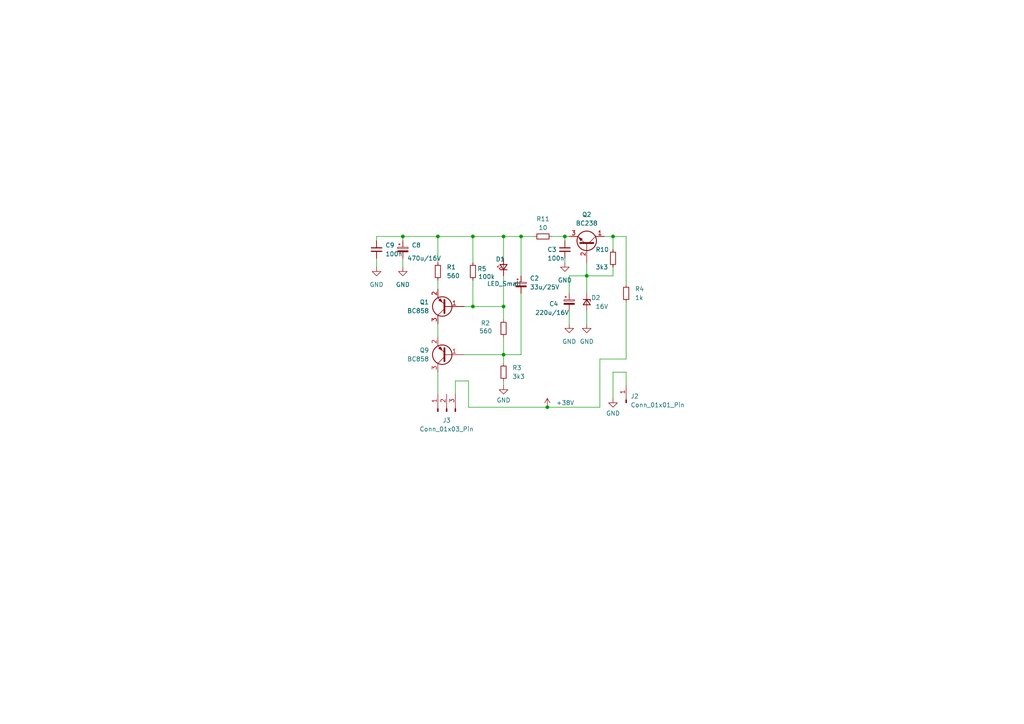
<source format=kicad_sch>
(kicad_sch
	(version 20250114)
	(generator "eeschema")
	(generator_version "9.0")
	(uuid "253e8e16-6459-4d38-be9a-ea206e118b41")
	(paper "A4")
	(lib_symbols
		(symbol "Connector:Conn_01x01_Pin"
			(pin_names
				(offset 1.016)
				(hide yes)
			)
			(exclude_from_sim no)
			(in_bom yes)
			(on_board yes)
			(property "Reference" "J"
				(at 0 2.54 0)
				(effects
					(font
						(size 1.27 1.27)
					)
				)
			)
			(property "Value" "Conn_01x01_Pin"
				(at 0 -2.54 0)
				(effects
					(font
						(size 1.27 1.27)
					)
				)
			)
			(property "Footprint" ""
				(at 0 0 0)
				(effects
					(font
						(size 1.27 1.27)
					)
					(hide yes)
				)
			)
			(property "Datasheet" "~"
				(at 0 0 0)
				(effects
					(font
						(size 1.27 1.27)
					)
					(hide yes)
				)
			)
			(property "Description" "Generic connector, single row, 01x01, script generated"
				(at 0 0 0)
				(effects
					(font
						(size 1.27 1.27)
					)
					(hide yes)
				)
			)
			(property "ki_locked" ""
				(at 0 0 0)
				(effects
					(font
						(size 1.27 1.27)
					)
				)
			)
			(property "ki_keywords" "connector"
				(at 0 0 0)
				(effects
					(font
						(size 1.27 1.27)
					)
					(hide yes)
				)
			)
			(property "ki_fp_filters" "Connector*:*_1x??_*"
				(at 0 0 0)
				(effects
					(font
						(size 1.27 1.27)
					)
					(hide yes)
				)
			)
			(symbol "Conn_01x01_Pin_1_1"
				(rectangle
					(start 0.8636 0.127)
					(end 0 -0.127)
					(stroke
						(width 0.1524)
						(type default)
					)
					(fill
						(type outline)
					)
				)
				(polyline
					(pts
						(xy 1.27 0) (xy 0.8636 0)
					)
					(stroke
						(width 0.1524)
						(type default)
					)
					(fill
						(type none)
					)
				)
				(pin passive line
					(at 5.08 0 180)
					(length 3.81)
					(name "Pin_1"
						(effects
							(font
								(size 1.27 1.27)
							)
						)
					)
					(number "1"
						(effects
							(font
								(size 1.27 1.27)
							)
						)
					)
				)
			)
			(embedded_fonts no)
		)
		(symbol "Connector:Conn_01x03_Pin"
			(pin_names
				(offset 1.016)
				(hide yes)
			)
			(exclude_from_sim no)
			(in_bom yes)
			(on_board yes)
			(property "Reference" "J"
				(at 0 5.08 0)
				(effects
					(font
						(size 1.27 1.27)
					)
				)
			)
			(property "Value" "Conn_01x03_Pin"
				(at 0 -5.08 0)
				(effects
					(font
						(size 1.27 1.27)
					)
				)
			)
			(property "Footprint" ""
				(at 0 0 0)
				(effects
					(font
						(size 1.27 1.27)
					)
					(hide yes)
				)
			)
			(property "Datasheet" "~"
				(at 0 0 0)
				(effects
					(font
						(size 1.27 1.27)
					)
					(hide yes)
				)
			)
			(property "Description" "Generic connector, single row, 01x03, script generated"
				(at 0 0 0)
				(effects
					(font
						(size 1.27 1.27)
					)
					(hide yes)
				)
			)
			(property "ki_locked" ""
				(at 0 0 0)
				(effects
					(font
						(size 1.27 1.27)
					)
				)
			)
			(property "ki_keywords" "connector"
				(at 0 0 0)
				(effects
					(font
						(size 1.27 1.27)
					)
					(hide yes)
				)
			)
			(property "ki_fp_filters" "Connector*:*_1x??_*"
				(at 0 0 0)
				(effects
					(font
						(size 1.27 1.27)
					)
					(hide yes)
				)
			)
			(symbol "Conn_01x03_Pin_1_1"
				(rectangle
					(start 0.8636 2.667)
					(end 0 2.413)
					(stroke
						(width 0.1524)
						(type default)
					)
					(fill
						(type outline)
					)
				)
				(rectangle
					(start 0.8636 0.127)
					(end 0 -0.127)
					(stroke
						(width 0.1524)
						(type default)
					)
					(fill
						(type outline)
					)
				)
				(rectangle
					(start 0.8636 -2.413)
					(end 0 -2.667)
					(stroke
						(width 0.1524)
						(type default)
					)
					(fill
						(type outline)
					)
				)
				(polyline
					(pts
						(xy 1.27 2.54) (xy 0.8636 2.54)
					)
					(stroke
						(width 0.1524)
						(type default)
					)
					(fill
						(type none)
					)
				)
				(polyline
					(pts
						(xy 1.27 0) (xy 0.8636 0)
					)
					(stroke
						(width 0.1524)
						(type default)
					)
					(fill
						(type none)
					)
				)
				(polyline
					(pts
						(xy 1.27 -2.54) (xy 0.8636 -2.54)
					)
					(stroke
						(width 0.1524)
						(type default)
					)
					(fill
						(type none)
					)
				)
				(pin passive line
					(at 5.08 2.54 180)
					(length 3.81)
					(name "Pin_1"
						(effects
							(font
								(size 1.27 1.27)
							)
						)
					)
					(number "1"
						(effects
							(font
								(size 1.27 1.27)
							)
						)
					)
				)
				(pin passive line
					(at 5.08 0 180)
					(length 3.81)
					(name "Pin_2"
						(effects
							(font
								(size 1.27 1.27)
							)
						)
					)
					(number "2"
						(effects
							(font
								(size 1.27 1.27)
							)
						)
					)
				)
				(pin passive line
					(at 5.08 -2.54 180)
					(length 3.81)
					(name "Pin_3"
						(effects
							(font
								(size 1.27 1.27)
							)
						)
					)
					(number "3"
						(effects
							(font
								(size 1.27 1.27)
							)
						)
					)
				)
			)
			(embedded_fonts no)
		)
		(symbol "Device:C_Polarized_Small"
			(pin_numbers
				(hide yes)
			)
			(pin_names
				(offset 0.254)
				(hide yes)
			)
			(exclude_from_sim no)
			(in_bom yes)
			(on_board yes)
			(property "Reference" "C"
				(at 0.254 1.778 0)
				(effects
					(font
						(size 1.27 1.27)
					)
					(justify left)
				)
			)
			(property "Value" "C_Polarized_Small"
				(at 0.254 -2.032 0)
				(effects
					(font
						(size 1.27 1.27)
					)
					(justify left)
				)
			)
			(property "Footprint" ""
				(at 0 0 0)
				(effects
					(font
						(size 1.27 1.27)
					)
					(hide yes)
				)
			)
			(property "Datasheet" "~"
				(at 0 0 0)
				(effects
					(font
						(size 1.27 1.27)
					)
					(hide yes)
				)
			)
			(property "Description" "Polarized capacitor, small symbol"
				(at 0 0 0)
				(effects
					(font
						(size 1.27 1.27)
					)
					(hide yes)
				)
			)
			(property "ki_keywords" "cap capacitor"
				(at 0 0 0)
				(effects
					(font
						(size 1.27 1.27)
					)
					(hide yes)
				)
			)
			(property "ki_fp_filters" "CP_*"
				(at 0 0 0)
				(effects
					(font
						(size 1.27 1.27)
					)
					(hide yes)
				)
			)
			(symbol "C_Polarized_Small_0_1"
				(rectangle
					(start -1.524 0.6858)
					(end 1.524 0.3048)
					(stroke
						(width 0)
						(type default)
					)
					(fill
						(type none)
					)
				)
				(rectangle
					(start -1.524 -0.3048)
					(end 1.524 -0.6858)
					(stroke
						(width 0)
						(type default)
					)
					(fill
						(type outline)
					)
				)
				(polyline
					(pts
						(xy -1.27 1.524) (xy -0.762 1.524)
					)
					(stroke
						(width 0)
						(type default)
					)
					(fill
						(type none)
					)
				)
				(polyline
					(pts
						(xy -1.016 1.27) (xy -1.016 1.778)
					)
					(stroke
						(width 0)
						(type default)
					)
					(fill
						(type none)
					)
				)
			)
			(symbol "C_Polarized_Small_1_1"
				(pin passive line
					(at 0 2.54 270)
					(length 1.8542)
					(name "~"
						(effects
							(font
								(size 1.27 1.27)
							)
						)
					)
					(number "1"
						(effects
							(font
								(size 1.27 1.27)
							)
						)
					)
				)
				(pin passive line
					(at 0 -2.54 90)
					(length 1.8542)
					(name "~"
						(effects
							(font
								(size 1.27 1.27)
							)
						)
					)
					(number "2"
						(effects
							(font
								(size 1.27 1.27)
							)
						)
					)
				)
			)
			(embedded_fonts no)
		)
		(symbol "Device:C_Small"
			(pin_numbers
				(hide yes)
			)
			(pin_names
				(offset 0.254)
				(hide yes)
			)
			(exclude_from_sim no)
			(in_bom yes)
			(on_board yes)
			(property "Reference" "C"
				(at 0.254 1.778 0)
				(effects
					(font
						(size 1.27 1.27)
					)
					(justify left)
				)
			)
			(property "Value" "C_Small"
				(at 0.254 -2.032 0)
				(effects
					(font
						(size 1.27 1.27)
					)
					(justify left)
				)
			)
			(property "Footprint" ""
				(at 0 0 0)
				(effects
					(font
						(size 1.27 1.27)
					)
					(hide yes)
				)
			)
			(property "Datasheet" "~"
				(at 0 0 0)
				(effects
					(font
						(size 1.27 1.27)
					)
					(hide yes)
				)
			)
			(property "Description" "Unpolarized capacitor, small symbol"
				(at 0 0 0)
				(effects
					(font
						(size 1.27 1.27)
					)
					(hide yes)
				)
			)
			(property "ki_keywords" "capacitor cap"
				(at 0 0 0)
				(effects
					(font
						(size 1.27 1.27)
					)
					(hide yes)
				)
			)
			(property "ki_fp_filters" "C_*"
				(at 0 0 0)
				(effects
					(font
						(size 1.27 1.27)
					)
					(hide yes)
				)
			)
			(symbol "C_Small_0_1"
				(polyline
					(pts
						(xy -1.524 0.508) (xy 1.524 0.508)
					)
					(stroke
						(width 0.3048)
						(type default)
					)
					(fill
						(type none)
					)
				)
				(polyline
					(pts
						(xy -1.524 -0.508) (xy 1.524 -0.508)
					)
					(stroke
						(width 0.3302)
						(type default)
					)
					(fill
						(type none)
					)
				)
			)
			(symbol "C_Small_1_1"
				(pin passive line
					(at 0 2.54 270)
					(length 2.032)
					(name "~"
						(effects
							(font
								(size 1.27 1.27)
							)
						)
					)
					(number "1"
						(effects
							(font
								(size 1.27 1.27)
							)
						)
					)
				)
				(pin passive line
					(at 0 -2.54 90)
					(length 2.032)
					(name "~"
						(effects
							(font
								(size 1.27 1.27)
							)
						)
					)
					(number "2"
						(effects
							(font
								(size 1.27 1.27)
							)
						)
					)
				)
			)
			(embedded_fonts no)
		)
		(symbol "Device:D_Zener_Small"
			(pin_numbers
				(hide yes)
			)
			(pin_names
				(offset 0.254)
				(hide yes)
			)
			(exclude_from_sim no)
			(in_bom yes)
			(on_board yes)
			(property "Reference" "D"
				(at 0 2.286 0)
				(effects
					(font
						(size 1.27 1.27)
					)
				)
			)
			(property "Value" "D_Zener_Small"
				(at 0 -2.286 0)
				(effects
					(font
						(size 1.27 1.27)
					)
				)
			)
			(property "Footprint" ""
				(at 0 0 90)
				(effects
					(font
						(size 1.27 1.27)
					)
					(hide yes)
				)
			)
			(property "Datasheet" "~"
				(at 0 0 90)
				(effects
					(font
						(size 1.27 1.27)
					)
					(hide yes)
				)
			)
			(property "Description" "Zener diode, small symbol"
				(at 0 0 0)
				(effects
					(font
						(size 1.27 1.27)
					)
					(hide yes)
				)
			)
			(property "ki_keywords" "diode"
				(at 0 0 0)
				(effects
					(font
						(size 1.27 1.27)
					)
					(hide yes)
				)
			)
			(property "ki_fp_filters" "TO-???* *_Diode_* *SingleDiode* D_*"
				(at 0 0 0)
				(effects
					(font
						(size 1.27 1.27)
					)
					(hide yes)
				)
			)
			(symbol "D_Zener_Small_0_1"
				(polyline
					(pts
						(xy -0.254 1.016) (xy -0.762 1.016) (xy -0.762 -1.016)
					)
					(stroke
						(width 0.254)
						(type default)
					)
					(fill
						(type none)
					)
				)
				(polyline
					(pts
						(xy 0.762 1.016) (xy -0.762 0) (xy 0.762 -1.016) (xy 0.762 1.016)
					)
					(stroke
						(width 0.254)
						(type default)
					)
					(fill
						(type none)
					)
				)
				(polyline
					(pts
						(xy 0.762 0) (xy -0.762 0)
					)
					(stroke
						(width 0)
						(type default)
					)
					(fill
						(type none)
					)
				)
			)
			(symbol "D_Zener_Small_1_1"
				(pin passive line
					(at -2.54 0 0)
					(length 1.778)
					(name "K"
						(effects
							(font
								(size 1.27 1.27)
							)
						)
					)
					(number "1"
						(effects
							(font
								(size 1.27 1.27)
							)
						)
					)
				)
				(pin passive line
					(at 2.54 0 180)
					(length 1.778)
					(name "A"
						(effects
							(font
								(size 1.27 1.27)
							)
						)
					)
					(number "2"
						(effects
							(font
								(size 1.27 1.27)
							)
						)
					)
				)
			)
			(embedded_fonts no)
		)
		(symbol "Device:LED_Small"
			(pin_numbers
				(hide yes)
			)
			(pin_names
				(offset 0.254)
				(hide yes)
			)
			(exclude_from_sim no)
			(in_bom yes)
			(on_board yes)
			(property "Reference" "D"
				(at -1.27 3.175 0)
				(effects
					(font
						(size 1.27 1.27)
					)
					(justify left)
				)
			)
			(property "Value" "LED_Small"
				(at -4.445 -2.54 0)
				(effects
					(font
						(size 1.27 1.27)
					)
					(justify left)
				)
			)
			(property "Footprint" ""
				(at 0 0 90)
				(effects
					(font
						(size 1.27 1.27)
					)
					(hide yes)
				)
			)
			(property "Datasheet" "~"
				(at 0 0 90)
				(effects
					(font
						(size 1.27 1.27)
					)
					(hide yes)
				)
			)
			(property "Description" "Light emitting diode, small symbol"
				(at 0 0 0)
				(effects
					(font
						(size 1.27 1.27)
					)
					(hide yes)
				)
			)
			(property "ki_keywords" "LED diode light-emitting-diode"
				(at 0 0 0)
				(effects
					(font
						(size 1.27 1.27)
					)
					(hide yes)
				)
			)
			(property "ki_fp_filters" "LED* LED_SMD:* LED_THT:*"
				(at 0 0 0)
				(effects
					(font
						(size 1.27 1.27)
					)
					(hide yes)
				)
			)
			(symbol "LED_Small_0_1"
				(polyline
					(pts
						(xy -0.762 -1.016) (xy -0.762 1.016)
					)
					(stroke
						(width 0.254)
						(type default)
					)
					(fill
						(type none)
					)
				)
				(polyline
					(pts
						(xy 0 0.762) (xy -0.508 1.27) (xy -0.254 1.27) (xy -0.508 1.27) (xy -0.508 1.016)
					)
					(stroke
						(width 0)
						(type default)
					)
					(fill
						(type none)
					)
				)
				(polyline
					(pts
						(xy 0.508 1.27) (xy 0 1.778) (xy 0.254 1.778) (xy 0 1.778) (xy 0 1.524)
					)
					(stroke
						(width 0)
						(type default)
					)
					(fill
						(type none)
					)
				)
				(polyline
					(pts
						(xy 0.762 -1.016) (xy -0.762 0) (xy 0.762 1.016) (xy 0.762 -1.016)
					)
					(stroke
						(width 0.254)
						(type default)
					)
					(fill
						(type none)
					)
				)
				(polyline
					(pts
						(xy 1.016 0) (xy -0.762 0)
					)
					(stroke
						(width 0)
						(type default)
					)
					(fill
						(type none)
					)
				)
			)
			(symbol "LED_Small_1_1"
				(pin passive line
					(at -2.54 0 0)
					(length 1.778)
					(name "K"
						(effects
							(font
								(size 1.27 1.27)
							)
						)
					)
					(number "1"
						(effects
							(font
								(size 1.27 1.27)
							)
						)
					)
				)
				(pin passive line
					(at 2.54 0 180)
					(length 1.778)
					(name "A"
						(effects
							(font
								(size 1.27 1.27)
							)
						)
					)
					(number "2"
						(effects
							(font
								(size 1.27 1.27)
							)
						)
					)
				)
			)
			(embedded_fonts no)
		)
		(symbol "Device:R_Small"
			(pin_numbers
				(hide yes)
			)
			(pin_names
				(offset 0.254)
				(hide yes)
			)
			(exclude_from_sim no)
			(in_bom yes)
			(on_board yes)
			(property "Reference" "R"
				(at 0.762 0.508 0)
				(effects
					(font
						(size 1.27 1.27)
					)
					(justify left)
				)
			)
			(property "Value" "R_Small"
				(at 0.762 -1.016 0)
				(effects
					(font
						(size 1.27 1.27)
					)
					(justify left)
				)
			)
			(property "Footprint" ""
				(at 0 0 0)
				(effects
					(font
						(size 1.27 1.27)
					)
					(hide yes)
				)
			)
			(property "Datasheet" "~"
				(at 0 0 0)
				(effects
					(font
						(size 1.27 1.27)
					)
					(hide yes)
				)
			)
			(property "Description" "Resistor, small symbol"
				(at 0 0 0)
				(effects
					(font
						(size 1.27 1.27)
					)
					(hide yes)
				)
			)
			(property "ki_keywords" "R resistor"
				(at 0 0 0)
				(effects
					(font
						(size 1.27 1.27)
					)
					(hide yes)
				)
			)
			(property "ki_fp_filters" "R_*"
				(at 0 0 0)
				(effects
					(font
						(size 1.27 1.27)
					)
					(hide yes)
				)
			)
			(symbol "R_Small_0_1"
				(rectangle
					(start -0.762 1.778)
					(end 0.762 -1.778)
					(stroke
						(width 0.2032)
						(type default)
					)
					(fill
						(type none)
					)
				)
			)
			(symbol "R_Small_1_1"
				(pin passive line
					(at 0 2.54 270)
					(length 0.762)
					(name "~"
						(effects
							(font
								(size 1.27 1.27)
							)
						)
					)
					(number "1"
						(effects
							(font
								(size 1.27 1.27)
							)
						)
					)
				)
				(pin passive line
					(at 0 -2.54 90)
					(length 0.762)
					(name "~"
						(effects
							(font
								(size 1.27 1.27)
							)
						)
					)
					(number "2"
						(effects
							(font
								(size 1.27 1.27)
							)
						)
					)
				)
			)
			(embedded_fonts no)
		)
		(symbol "GND_1"
			(power)
			(pin_numbers
				(hide yes)
			)
			(pin_names
				(offset 0)
				(hide yes)
			)
			(exclude_from_sim no)
			(in_bom yes)
			(on_board yes)
			(property "Reference" "#PWR"
				(at 0 -6.35 0)
				(effects
					(font
						(size 1.27 1.27)
					)
					(hide yes)
				)
			)
			(property "Value" "GND"
				(at 0 -3.81 0)
				(effects
					(font
						(size 1.27 1.27)
					)
				)
			)
			(property "Footprint" ""
				(at 0 0 0)
				(effects
					(font
						(size 1.27 1.27)
					)
					(hide yes)
				)
			)
			(property "Datasheet" ""
				(at 0 0 0)
				(effects
					(font
						(size 1.27 1.27)
					)
					(hide yes)
				)
			)
			(property "Description" "Power symbol creates a global label with name \"GND\" , ground"
				(at 0 0 0)
				(effects
					(font
						(size 1.27 1.27)
					)
					(hide yes)
				)
			)
			(property "ki_keywords" "global power"
				(at 0 0 0)
				(effects
					(font
						(size 1.27 1.27)
					)
					(hide yes)
				)
			)
			(symbol "GND_1_0_1"
				(polyline
					(pts
						(xy 0 0) (xy 0 -1.27) (xy 1.27 -1.27) (xy 0 -2.54) (xy -1.27 -1.27) (xy 0 -1.27)
					)
					(stroke
						(width 0)
						(type default)
					)
					(fill
						(type none)
					)
				)
			)
			(symbol "GND_1_1_1"
				(pin power_in line
					(at 0 0 270)
					(length 0)
					(hide yes)
					(name "GND"
						(effects
							(font
								(size 1.27 1.27)
							)
						)
					)
					(number "1"
						(effects
							(font
								(size 1.27 1.27)
							)
						)
					)
				)
			)
			(embedded_fonts no)
		)
		(symbol "GND_2"
			(power)
			(pin_numbers
				(hide yes)
			)
			(pin_names
				(offset 0)
				(hide yes)
			)
			(exclude_from_sim no)
			(in_bom yes)
			(on_board yes)
			(property "Reference" "#PWR"
				(at 0 -6.35 0)
				(effects
					(font
						(size 1.27 1.27)
					)
					(hide yes)
				)
			)
			(property "Value" "GND"
				(at 0 -3.81 0)
				(effects
					(font
						(size 1.27 1.27)
					)
				)
			)
			(property "Footprint" ""
				(at 0 0 0)
				(effects
					(font
						(size 1.27 1.27)
					)
					(hide yes)
				)
			)
			(property "Datasheet" ""
				(at 0 0 0)
				(effects
					(font
						(size 1.27 1.27)
					)
					(hide yes)
				)
			)
			(property "Description" "Power symbol creates a global label with name \"GND\" , ground"
				(at 0 0 0)
				(effects
					(font
						(size 1.27 1.27)
					)
					(hide yes)
				)
			)
			(property "ki_keywords" "global power"
				(at 0 0 0)
				(effects
					(font
						(size 1.27 1.27)
					)
					(hide yes)
				)
			)
			(symbol "GND_2_0_1"
				(polyline
					(pts
						(xy 0 0) (xy 0 -1.27) (xy 1.27 -1.27) (xy 0 -2.54) (xy -1.27 -1.27) (xy 0 -1.27)
					)
					(stroke
						(width 0)
						(type default)
					)
					(fill
						(type none)
					)
				)
			)
			(symbol "GND_2_1_1"
				(pin power_in line
					(at 0 0 270)
					(length 0)
					(hide yes)
					(name "GND"
						(effects
							(font
								(size 1.27 1.27)
							)
						)
					)
					(number "1"
						(effects
							(font
								(size 1.27 1.27)
							)
						)
					)
				)
			)
			(embedded_fonts no)
		)
		(symbol "Transistor_BJT:BC237"
			(pin_names
				(offset 0)
				(hide yes)
			)
			(exclude_from_sim no)
			(in_bom yes)
			(on_board yes)
			(property "Reference" "Q"
				(at 5.08 1.905 0)
				(effects
					(font
						(size 1.27 1.27)
					)
					(justify left)
				)
			)
			(property "Value" "BC237"
				(at 5.08 0 0)
				(effects
					(font
						(size 1.27 1.27)
					)
					(justify left)
				)
			)
			(property "Footprint" "Package_TO_SOT_THT:TO-92_Inline"
				(at 5.08 -1.905 0)
				(effects
					(font
						(size 1.27 1.27)
						(italic yes)
					)
					(justify left)
					(hide yes)
				)
			)
			(property "Datasheet" "http://www.onsemi.com/pub_link/Collateral/BC237-D.PDF"
				(at 0 0 0)
				(effects
					(font
						(size 1.27 1.27)
					)
					(justify left)
					(hide yes)
				)
			)
			(property "Description" "100mA Ic, 50V Vce, Epitaxial Silicon NPN Transistor, TO-92"
				(at 0 0 0)
				(effects
					(font
						(size 1.27 1.27)
					)
					(hide yes)
				)
			)
			(property "ki_keywords" "Epitaxial Silicon NPN Transistor"
				(at 0 0 0)
				(effects
					(font
						(size 1.27 1.27)
					)
					(hide yes)
				)
			)
			(property "ki_fp_filters" "TO?92*"
				(at 0 0 0)
				(effects
					(font
						(size 1.27 1.27)
					)
					(hide yes)
				)
			)
			(symbol "BC237_0_1"
				(polyline
					(pts
						(xy 0 0) (xy 0.635 0)
					)
					(stroke
						(width 0)
						(type default)
					)
					(fill
						(type none)
					)
				)
				(polyline
					(pts
						(xy 0.635 1.905) (xy 0.635 -1.905) (xy 0.635 -1.905)
					)
					(stroke
						(width 0.508)
						(type default)
					)
					(fill
						(type none)
					)
				)
				(polyline
					(pts
						(xy 0.635 0.635) (xy 2.54 2.54)
					)
					(stroke
						(width 0)
						(type default)
					)
					(fill
						(type none)
					)
				)
				(polyline
					(pts
						(xy 0.635 -0.635) (xy 2.54 -2.54) (xy 2.54 -2.54)
					)
					(stroke
						(width 0)
						(type default)
					)
					(fill
						(type none)
					)
				)
				(circle
					(center 1.27 0)
					(radius 2.8194)
					(stroke
						(width 0.254)
						(type default)
					)
					(fill
						(type none)
					)
				)
				(polyline
					(pts
						(xy 1.27 -1.778) (xy 1.778 -1.27) (xy 2.286 -2.286) (xy 1.27 -1.778) (xy 1.27 -1.778)
					)
					(stroke
						(width 0)
						(type default)
					)
					(fill
						(type outline)
					)
				)
			)
			(symbol "BC237_1_1"
				(pin input line
					(at -5.08 0 0)
					(length 5.08)
					(name "B"
						(effects
							(font
								(size 1.27 1.27)
							)
						)
					)
					(number "2"
						(effects
							(font
								(size 1.27 1.27)
							)
						)
					)
				)
				(pin passive line
					(at 2.54 5.08 270)
					(length 2.54)
					(name "C"
						(effects
							(font
								(size 1.27 1.27)
							)
						)
					)
					(number "1"
						(effects
							(font
								(size 1.27 1.27)
							)
						)
					)
				)
				(pin passive line
					(at 2.54 -5.08 90)
					(length 2.54)
					(name "E"
						(effects
							(font
								(size 1.27 1.27)
							)
						)
					)
					(number "3"
						(effects
							(font
								(size 1.27 1.27)
							)
						)
					)
				)
			)
			(embedded_fonts no)
		)
		(symbol "Transistor_BJT:BC858"
			(pin_names
				(offset 0)
				(hide yes)
			)
			(exclude_from_sim no)
			(in_bom yes)
			(on_board yes)
			(property "Reference" "Q"
				(at 5.08 1.905 0)
				(effects
					(font
						(size 1.27 1.27)
					)
					(justify left)
				)
			)
			(property "Value" "BC858"
				(at 5.08 0 0)
				(effects
					(font
						(size 1.27 1.27)
					)
					(justify left)
				)
			)
			(property "Footprint" "Package_TO_SOT_SMD:SOT-23"
				(at 5.08 -1.905 0)
				(effects
					(font
						(size 1.27 1.27)
						(italic yes)
					)
					(justify left)
					(hide yes)
				)
			)
			(property "Datasheet" "https://www.onsemi.com/pub/Collateral/BC860-D.pdf"
				(at 0 0 0)
				(effects
					(font
						(size 1.27 1.27)
					)
					(justify left)
					(hide yes)
				)
			)
			(property "Description" "0.1A Ic, 30V Vce, PNP Transistor, SOT-23"
				(at 0 0 0)
				(effects
					(font
						(size 1.27 1.27)
					)
					(hide yes)
				)
			)
			(property "ki_keywords" "PNP transistor"
				(at 0 0 0)
				(effects
					(font
						(size 1.27 1.27)
					)
					(hide yes)
				)
			)
			(property "ki_fp_filters" "SOT?23*"
				(at 0 0 0)
				(effects
					(font
						(size 1.27 1.27)
					)
					(hide yes)
				)
			)
			(symbol "BC858_0_1"
				(polyline
					(pts
						(xy 0.635 1.905) (xy 0.635 -1.905) (xy 0.635 -1.905)
					)
					(stroke
						(width 0.508)
						(type default)
					)
					(fill
						(type none)
					)
				)
				(polyline
					(pts
						(xy 0.635 0.635) (xy 2.54 2.54)
					)
					(stroke
						(width 0)
						(type default)
					)
					(fill
						(type none)
					)
				)
				(polyline
					(pts
						(xy 0.635 -0.635) (xy 2.54 -2.54) (xy 2.54 -2.54)
					)
					(stroke
						(width 0)
						(type default)
					)
					(fill
						(type none)
					)
				)
				(circle
					(center 1.27 0)
					(radius 2.8194)
					(stroke
						(width 0.254)
						(type default)
					)
					(fill
						(type none)
					)
				)
				(polyline
					(pts
						(xy 2.286 -1.778) (xy 1.778 -2.286) (xy 1.27 -1.27) (xy 2.286 -1.778) (xy 2.286 -1.778)
					)
					(stroke
						(width 0)
						(type default)
					)
					(fill
						(type outline)
					)
				)
			)
			(symbol "BC858_1_1"
				(pin input line
					(at -5.08 0 0)
					(length 5.715)
					(name "B"
						(effects
							(font
								(size 1.27 1.27)
							)
						)
					)
					(number "1"
						(effects
							(font
								(size 1.27 1.27)
							)
						)
					)
				)
				(pin passive line
					(at 2.54 5.08 270)
					(length 2.54)
					(name "C"
						(effects
							(font
								(size 1.27 1.27)
							)
						)
					)
					(number "3"
						(effects
							(font
								(size 1.27 1.27)
							)
						)
					)
				)
				(pin passive line
					(at 2.54 -5.08 90)
					(length 2.54)
					(name "E"
						(effects
							(font
								(size 1.27 1.27)
							)
						)
					)
					(number "2"
						(effects
							(font
								(size 1.27 1.27)
							)
						)
					)
				)
			)
			(embedded_fonts no)
		)
		(symbol "power:+36V"
			(power)
			(pin_numbers
				(hide yes)
			)
			(pin_names
				(offset 0)
				(hide yes)
			)
			(exclude_from_sim no)
			(in_bom yes)
			(on_board yes)
			(property "Reference" "#PWR"
				(at 0 -3.81 0)
				(effects
					(font
						(size 1.27 1.27)
					)
					(hide yes)
				)
			)
			(property "Value" "+36V"
				(at 0 3.556 0)
				(effects
					(font
						(size 1.27 1.27)
					)
				)
			)
			(property "Footprint" ""
				(at 0 0 0)
				(effects
					(font
						(size 1.27 1.27)
					)
					(hide yes)
				)
			)
			(property "Datasheet" ""
				(at 0 0 0)
				(effects
					(font
						(size 1.27 1.27)
					)
					(hide yes)
				)
			)
			(property "Description" "Power symbol creates a global label with name \"+36V\""
				(at 0 0 0)
				(effects
					(font
						(size 1.27 1.27)
					)
					(hide yes)
				)
			)
			(property "ki_keywords" "global power"
				(at 0 0 0)
				(effects
					(font
						(size 1.27 1.27)
					)
					(hide yes)
				)
			)
			(symbol "+36V_0_1"
				(polyline
					(pts
						(xy -0.762 1.27) (xy 0 2.54)
					)
					(stroke
						(width 0)
						(type default)
					)
					(fill
						(type none)
					)
				)
				(polyline
					(pts
						(xy 0 2.54) (xy 0.762 1.27)
					)
					(stroke
						(width 0)
						(type default)
					)
					(fill
						(type none)
					)
				)
				(polyline
					(pts
						(xy 0 0) (xy 0 2.54)
					)
					(stroke
						(width 0)
						(type default)
					)
					(fill
						(type none)
					)
				)
			)
			(symbol "+36V_1_1"
				(pin power_in line
					(at 0 0 90)
					(length 0)
					(name "~"
						(effects
							(font
								(size 1.27 1.27)
							)
						)
					)
					(number "1"
						(effects
							(font
								(size 1.27 1.27)
							)
						)
					)
				)
			)
			(embedded_fonts no)
		)
		(symbol "power:GND"
			(power)
			(pin_names
				(offset 0)
			)
			(exclude_from_sim no)
			(in_bom yes)
			(on_board yes)
			(property "Reference" "#PWR"
				(at 0 -6.35 0)
				(effects
					(font
						(size 1.27 1.27)
					)
					(hide yes)
				)
			)
			(property "Value" "GND"
				(at 0 -3.81 0)
				(effects
					(font
						(size 1.27 1.27)
					)
				)
			)
			(property "Footprint" ""
				(at 0 0 0)
				(effects
					(font
						(size 1.27 1.27)
					)
					(hide yes)
				)
			)
			(property "Datasheet" ""
				(at 0 0 0)
				(effects
					(font
						(size 1.27 1.27)
					)
					(hide yes)
				)
			)
			(property "Description" "Power symbol creates a global label with name \"GND\" , ground"
				(at 0 0 0)
				(effects
					(font
						(size 1.27 1.27)
					)
					(hide yes)
				)
			)
			(property "ki_keywords" "global power"
				(at 0 0 0)
				(effects
					(font
						(size 1.27 1.27)
					)
					(hide yes)
				)
			)
			(symbol "GND_0_1"
				(polyline
					(pts
						(xy 0 0) (xy 0 -1.27) (xy 1.27 -1.27) (xy 0 -2.54) (xy -1.27 -1.27) (xy 0 -1.27)
					)
					(stroke
						(width 0)
						(type default)
					)
					(fill
						(type none)
					)
				)
			)
			(symbol "GND_1_1"
				(pin power_in line
					(at 0 0 270)
					(length 0)
					(hide yes)
					(name "GND"
						(effects
							(font
								(size 1.27 1.27)
							)
						)
					)
					(number "1"
						(effects
							(font
								(size 1.27 1.27)
							)
						)
					)
				)
			)
			(embedded_fonts no)
		)
	)
	(junction
		(at 146.05 68.58)
		(diameter 0)
		(color 0 0 0 0)
		(uuid "035e0583-8d49-463c-8906-cf7542a91e03")
	)
	(junction
		(at 158.75 118.11)
		(diameter 0)
		(color 0 0 0 0)
		(uuid "2d200e56-84d2-4867-907b-41e5a4b7ca72")
	)
	(junction
		(at 146.05 102.87)
		(diameter 0)
		(color 0 0 0 0)
		(uuid "4d4f5cd1-4e4a-4558-b81e-d889df738ee8")
	)
	(junction
		(at 146.05 88.9)
		(diameter 0)
		(color 0 0 0 0)
		(uuid "7ed30f60-38dc-4f7d-bf9c-0623d51463bb")
	)
	(junction
		(at 116.84 68.58)
		(diameter 0)
		(color 0 0 0 0)
		(uuid "830d9109-6490-4651-9f8e-ade372cdaca2")
	)
	(junction
		(at 137.16 68.58)
		(diameter 0)
		(color 0 0 0 0)
		(uuid "86546b22-3dbf-45a2-b294-03cf27ca28b3")
	)
	(junction
		(at 137.16 88.9)
		(diameter 0)
		(color 0 0 0 0)
		(uuid "8ea8e87b-7c5c-4ce7-802d-70746b649ee8")
	)
	(junction
		(at 170.18 80.01)
		(diameter 0)
		(color 0 0 0 0)
		(uuid "97a819fe-55a6-4970-9a61-dfe323060fe2")
	)
	(junction
		(at 163.83 68.58)
		(diameter 0)
		(color 0 0 0 0)
		(uuid "c093d8da-c9b1-4b4f-a279-9a6d2581f94c")
	)
	(junction
		(at 177.8 68.58)
		(diameter 0)
		(color 0 0 0 0)
		(uuid "c3aa6881-a46e-45dd-b3a5-44b159e39414")
	)
	(junction
		(at 127 68.58)
		(diameter 0)
		(color 0 0 0 0)
		(uuid "cf16daed-5bf2-497d-bb38-5f88b5c79f70")
	)
	(junction
		(at 151.13 68.58)
		(diameter 0)
		(color 0 0 0 0)
		(uuid "dffe7864-bd7d-4b7f-9bcd-ab2f3ac0df62")
	)
	(wire
		(pts
			(xy 109.22 68.58) (xy 109.22 69.85)
		)
		(stroke
			(width 0)
			(type default)
		)
		(uuid "019f3f08-8dd7-4629-9718-a20216be57ca")
	)
	(wire
		(pts
			(xy 135.89 110.49) (xy 135.89 118.11)
		)
		(stroke
			(width 0)
			(type default)
		)
		(uuid "01a2e123-3804-4991-b52a-dfa668a37cfd")
	)
	(wire
		(pts
			(xy 127 93.98) (xy 127 97.79)
		)
		(stroke
			(width 0)
			(type default)
		)
		(uuid "055c60d1-1942-4e4e-b622-f2c8e159af4b")
	)
	(wire
		(pts
			(xy 177.8 107.95) (xy 181.61 107.95)
		)
		(stroke
			(width 0)
			(type default)
		)
		(uuid "063b178f-8359-436c-91df-1bad33c1a2e9")
	)
	(wire
		(pts
			(xy 116.84 69.85) (xy 116.84 68.58)
		)
		(stroke
			(width 0)
			(type default)
		)
		(uuid "0eb7b2c7-cbdb-4b1f-a6e2-be7546062b06")
	)
	(wire
		(pts
			(xy 137.16 88.9) (xy 146.05 88.9)
		)
		(stroke
			(width 0)
			(type default)
		)
		(uuid "163a5d17-43e0-4a4a-a219-3984d28744ab")
	)
	(wire
		(pts
			(xy 146.05 97.79) (xy 146.05 102.87)
		)
		(stroke
			(width 0)
			(type default)
		)
		(uuid "24c4a3fb-0906-4970-80c6-8c98be5c1783")
	)
	(wire
		(pts
			(xy 137.16 68.58) (xy 146.05 68.58)
		)
		(stroke
			(width 0)
			(type default)
		)
		(uuid "278762cb-4dc5-408f-bf22-b741ffec22e3")
	)
	(wire
		(pts
			(xy 165.1 90.17) (xy 165.1 93.98)
		)
		(stroke
			(width 0)
			(type default)
		)
		(uuid "27b7e29e-f93d-4ef1-8ab7-f1f8a2ee8eb0")
	)
	(wire
		(pts
			(xy 173.99 104.14) (xy 173.99 118.11)
		)
		(stroke
			(width 0)
			(type default)
		)
		(uuid "280e9bad-1dc1-4b50-b8bb-7239f9fb56f3")
	)
	(wire
		(pts
			(xy 146.05 88.9) (xy 146.05 92.71)
		)
		(stroke
			(width 0)
			(type default)
		)
		(uuid "34681756-0b99-42f7-a799-69feddb7a2bf")
	)
	(wire
		(pts
			(xy 127 68.58) (xy 137.16 68.58)
		)
		(stroke
			(width 0)
			(type default)
		)
		(uuid "35d0b748-5153-49af-bfdb-f51ad7229613")
	)
	(wire
		(pts
			(xy 127 107.95) (xy 127 114.3)
		)
		(stroke
			(width 0)
			(type default)
		)
		(uuid "3ac6a86c-929c-4c08-accb-f03d867cf713")
	)
	(wire
		(pts
			(xy 146.05 110.49) (xy 146.05 111.76)
		)
		(stroke
			(width 0)
			(type default)
		)
		(uuid "3adfe751-07c8-4276-90dc-01871a7b7e9d")
	)
	(wire
		(pts
			(xy 160.02 68.58) (xy 163.83 68.58)
		)
		(stroke
			(width 0)
			(type default)
		)
		(uuid "3c90d084-eb2c-43b3-bbca-edc5e69e3658")
	)
	(wire
		(pts
			(xy 158.75 118.11) (xy 135.89 118.11)
		)
		(stroke
			(width 0)
			(type default)
		)
		(uuid "42f8ebb6-18df-4ab8-a5fa-5b13b7483574")
	)
	(wire
		(pts
			(xy 175.26 68.58) (xy 177.8 68.58)
		)
		(stroke
			(width 0)
			(type default)
		)
		(uuid "442d6cd8-2c4b-41e2-a0b4-f6cd3d715c8b")
	)
	(wire
		(pts
			(xy 170.18 80.01) (xy 170.18 85.09)
		)
		(stroke
			(width 0)
			(type default)
		)
		(uuid "4b02f839-aceb-485d-8fdf-9be260ad36f8")
	)
	(wire
		(pts
			(xy 151.13 80.01) (xy 151.13 68.58)
		)
		(stroke
			(width 0)
			(type default)
		)
		(uuid "4c3801df-60da-42cd-b3b7-ce65a12b6fff")
	)
	(wire
		(pts
			(xy 170.18 90.17) (xy 170.18 93.98)
		)
		(stroke
			(width 0)
			(type default)
		)
		(uuid "4c68061c-43b7-4f8b-b64e-2afd0e455f2d")
	)
	(wire
		(pts
			(xy 134.62 88.9) (xy 137.16 88.9)
		)
		(stroke
			(width 0)
			(type default)
		)
		(uuid "4f7e29be-40c4-46a0-9626-90a394667acb")
	)
	(wire
		(pts
			(xy 177.8 68.58) (xy 177.8 72.39)
		)
		(stroke
			(width 0)
			(type default)
		)
		(uuid "5d1b4540-88f9-4d78-9ead-54dee7902a37")
	)
	(wire
		(pts
			(xy 137.16 68.58) (xy 137.16 76.2)
		)
		(stroke
			(width 0)
			(type default)
		)
		(uuid "5ef471e6-8f98-4c89-b722-3dc0c4fdb5e6")
	)
	(wire
		(pts
			(xy 165.1 80.01) (xy 165.1 85.09)
		)
		(stroke
			(width 0)
			(type default)
		)
		(uuid "6d7d62ad-33ca-4d19-9039-78c1bc985e55")
	)
	(wire
		(pts
			(xy 170.18 76.2) (xy 170.18 80.01)
		)
		(stroke
			(width 0)
			(type default)
		)
		(uuid "72d2c9d6-9dc4-4c1b-9d8e-4225c0269d22")
	)
	(wire
		(pts
			(xy 163.83 68.58) (xy 165.1 68.58)
		)
		(stroke
			(width 0)
			(type default)
		)
		(uuid "7489e00c-bbfa-4b87-ad6b-440cca4dacb2")
	)
	(wire
		(pts
			(xy 181.61 107.95) (xy 181.61 111.76)
		)
		(stroke
			(width 0)
			(type default)
		)
		(uuid "7e5aeaeb-e267-4995-b019-3c0a2b447d81")
	)
	(wire
		(pts
			(xy 132.08 110.49) (xy 132.08 114.3)
		)
		(stroke
			(width 0)
			(type default)
		)
		(uuid "7e81f979-bc0a-46fa-99b6-2ef66693b2fc")
	)
	(wire
		(pts
			(xy 134.62 102.87) (xy 146.05 102.87)
		)
		(stroke
			(width 0)
			(type default)
		)
		(uuid "7fb7b6f1-d3d9-4b46-b308-f0634cf06f45")
	)
	(wire
		(pts
			(xy 181.61 87.63) (xy 181.61 104.14)
		)
		(stroke
			(width 0)
			(type default)
		)
		(uuid "86510373-54c6-402e-87a6-d6c590b55b53")
	)
	(wire
		(pts
			(xy 137.16 81.28) (xy 137.16 88.9)
		)
		(stroke
			(width 0)
			(type default)
		)
		(uuid "8ac2eb00-cd6c-4459-b471-7a63c92cda6b")
	)
	(wire
		(pts
			(xy 165.1 80.01) (xy 170.18 80.01)
		)
		(stroke
			(width 0)
			(type default)
		)
		(uuid "8b050591-3377-46d7-ab2d-53ccca4b3043")
	)
	(wire
		(pts
			(xy 146.05 80.01) (xy 146.05 88.9)
		)
		(stroke
			(width 0)
			(type default)
		)
		(uuid "9f20bdb9-4952-4300-9171-cb770511d77f")
	)
	(wire
		(pts
			(xy 146.05 68.58) (xy 151.13 68.58)
		)
		(stroke
			(width 0)
			(type default)
		)
		(uuid "a2ba1737-0add-4348-bfca-89f642ae5476")
	)
	(wire
		(pts
			(xy 146.05 68.58) (xy 146.05 74.93)
		)
		(stroke
			(width 0)
			(type default)
		)
		(uuid "a594b6a4-4dec-4585-b28e-b1ab297c79ea")
	)
	(wire
		(pts
			(xy 173.99 118.11) (xy 158.75 118.11)
		)
		(stroke
			(width 0)
			(type default)
		)
		(uuid "af892a52-e21e-475e-a475-4d977ea39ef3")
	)
	(wire
		(pts
			(xy 177.8 77.47) (xy 177.8 80.01)
		)
		(stroke
			(width 0)
			(type default)
		)
		(uuid "b1b0d3b2-1178-4d54-aa0f-64f39ceb0e3e")
	)
	(wire
		(pts
			(xy 116.84 68.58) (xy 127 68.58)
		)
		(stroke
			(width 0)
			(type default)
		)
		(uuid "b36f2111-6169-44f9-a182-4701f51d3b74")
	)
	(wire
		(pts
			(xy 163.83 68.58) (xy 163.83 69.85)
		)
		(stroke
			(width 0)
			(type default)
		)
		(uuid "b7ad5850-7b64-42ec-b438-efed594901cb")
	)
	(wire
		(pts
			(xy 135.89 110.49) (xy 132.08 110.49)
		)
		(stroke
			(width 0)
			(type default)
		)
		(uuid "bc27e78b-d679-4835-803e-8b5f68954deb")
	)
	(wire
		(pts
			(xy 116.84 74.93) (xy 116.84 77.47)
		)
		(stroke
			(width 0)
			(type default)
		)
		(uuid "c06a1984-086e-4072-9e9b-4cb93c16600a")
	)
	(wire
		(pts
			(xy 177.8 68.58) (xy 181.61 68.58)
		)
		(stroke
			(width 0)
			(type default)
		)
		(uuid "c3da451b-e9e1-4685-a231-3c2c450e9ead")
	)
	(wire
		(pts
			(xy 181.61 104.14) (xy 173.99 104.14)
		)
		(stroke
			(width 0)
			(type default)
		)
		(uuid "c693144b-2e9f-435f-bee2-671728746fcc")
	)
	(wire
		(pts
			(xy 177.8 107.95) (xy 177.8 115.57)
		)
		(stroke
			(width 0)
			(type default)
		)
		(uuid "c9ddb352-a588-4971-92f5-aac10b1e31da")
	)
	(wire
		(pts
			(xy 146.05 102.87) (xy 151.13 102.87)
		)
		(stroke
			(width 0)
			(type default)
		)
		(uuid "cbc3f4fa-1d62-4863-a71e-209c653d7dc8")
	)
	(wire
		(pts
			(xy 181.61 82.55) (xy 181.61 68.58)
		)
		(stroke
			(width 0)
			(type default)
		)
		(uuid "cfc2a6e3-7e8f-4ed9-8b09-6d989aa68259")
	)
	(wire
		(pts
			(xy 109.22 68.58) (xy 116.84 68.58)
		)
		(stroke
			(width 0)
			(type default)
		)
		(uuid "d4df8ada-b766-4496-86dc-0fc5945534b6")
	)
	(wire
		(pts
			(xy 163.83 74.93) (xy 163.83 76.2)
		)
		(stroke
			(width 0)
			(type default)
		)
		(uuid "e29fb54e-0363-4da5-a5c3-5aae5c97bee4")
	)
	(wire
		(pts
			(xy 170.18 80.01) (xy 177.8 80.01)
		)
		(stroke
			(width 0)
			(type default)
		)
		(uuid "e7d0e85e-d89e-48c7-8995-ddfa27fc4459")
	)
	(wire
		(pts
			(xy 127 76.2) (xy 127 68.58)
		)
		(stroke
			(width 0)
			(type default)
		)
		(uuid "eb31a734-0d10-482a-8a06-f6d509560b12")
	)
	(wire
		(pts
			(xy 109.22 74.93) (xy 109.22 77.47)
		)
		(stroke
			(width 0)
			(type default)
		)
		(uuid "f12f53c7-7b29-4151-a0e8-20623ae33120")
	)
	(wire
		(pts
			(xy 151.13 68.58) (xy 154.94 68.58)
		)
		(stroke
			(width 0)
			(type default)
		)
		(uuid "f7807169-2dfc-4a9b-8715-fff6dc14b062")
	)
	(wire
		(pts
			(xy 151.13 85.09) (xy 151.13 102.87)
		)
		(stroke
			(width 0)
			(type default)
		)
		(uuid "fa112acc-e726-4974-988f-145854113a03")
	)
	(wire
		(pts
			(xy 146.05 102.87) (xy 146.05 105.41)
		)
		(stroke
			(width 0)
			(type default)
		)
		(uuid "fa70ab47-1401-4459-93b4-54a5e595444f")
	)
	(wire
		(pts
			(xy 127 81.28) (xy 127 83.82)
		)
		(stroke
			(width 0)
			(type default)
		)
		(uuid "fe9a072b-dd95-449c-b2bd-a5432bb9dd15")
	)
	(symbol
		(lib_id "Device:C_Small")
		(at 109.22 72.39 0)
		(unit 1)
		(exclude_from_sim no)
		(in_bom yes)
		(on_board yes)
		(dnp no)
		(fields_autoplaced yes)
		(uuid "03f126a8-237d-445f-a285-df92f58e264d")
		(property "Reference" "C9"
			(at 111.76 71.1263 0)
			(effects
				(font
					(size 1.27 1.27)
				)
				(justify left)
			)
		)
		(property "Value" "100n"
			(at 111.76 73.6663 0)
			(effects
				(font
					(size 1.27 1.27)
				)
				(justify left)
			)
		)
		(property "Footprint" "Capacitor_SMD:C_0805_2012Metric_Pad1.18x1.45mm_HandSolder"
			(at 109.22 72.39 0)
			(effects
				(font
					(size 1.27 1.27)
				)
				(hide yes)
			)
		)
		(property "Datasheet" "~"
			(at 109.22 72.39 0)
			(effects
				(font
					(size 1.27 1.27)
				)
				(hide yes)
			)
		)
		(property "Description" ""
			(at 109.22 72.39 0)
			(effects
				(font
					(size 1.27 1.27)
				)
				(hide yes)
			)
		)
		(pin "1"
			(uuid "0b14ed9b-10d4-4566-8bdf-258106618f25")
		)
		(pin "2"
			(uuid "08f1159e-2b39-4ae2-b390-37649afcb0ac")
		)
		(instances
			(project "Wzmacniacz różnicowy do PW3015 ver.3"
				(path "/253e8e16-6459-4d38-be9a-ea206e118b41"
					(reference "C9")
					(unit 1)
				)
			)
			(project "Wzmacniacz różnicowy do PW3015 ver.2"
				(path "/6f31cc36-deaf-4ad7-836a-0db420f7cbcc"
					(reference "C9")
					(unit 1)
				)
			)
		)
	)
	(symbol
		(lib_id "Connector:Conn_01x03_Pin")
		(at 129.54 119.38 90)
		(unit 1)
		(exclude_from_sim no)
		(in_bom yes)
		(on_board yes)
		(dnp no)
		(fields_autoplaced yes)
		(uuid "04bd7f99-d978-43bb-8d92-6f7d59a56b22")
		(property "Reference" "J3"
			(at 129.54 121.92 90)
			(effects
				(font
					(size 1.27 1.27)
				)
			)
		)
		(property "Value" "Conn_01x03_Pin"
			(at 129.54 124.46 90)
			(effects
				(font
					(size 1.27 1.27)
				)
			)
		)
		(property "Footprint" "Connector_PinHeader_2.54mm:PinHeader_1x03_P2.54mm_Horizontal"
			(at 129.54 119.38 0)
			(effects
				(font
					(size 1.27 1.27)
				)
				(hide yes)
			)
		)
		(property "Datasheet" "~"
			(at 129.54 119.38 0)
			(effects
				(font
					(size 1.27 1.27)
				)
				(hide yes)
			)
		)
		(property "Description" ""
			(at 129.54 119.38 0)
			(effects
				(font
					(size 1.27 1.27)
				)
				(hide yes)
			)
		)
		(pin "3"
			(uuid "0b1b52eb-e9c3-4643-b28e-ad24df6e7d46")
		)
		(pin "2"
			(uuid "ffdbb90a-8aff-4e3b-8577-ab532c728423")
		)
		(pin "1"
			(uuid "5f360f00-ee00-41b7-8471-728a2fb9f12d")
		)
		(instances
			(project "Wzmacniacz różnicowy do PW3015 ver.3"
				(path "/253e8e16-6459-4d38-be9a-ea206e118b41"
					(reference "J3")
					(unit 1)
				)
			)
		)
	)
	(symbol
		(lib_id "power:GND")
		(at 109.22 77.47 0)
		(unit 1)
		(exclude_from_sim no)
		(in_bom yes)
		(on_board yes)
		(dnp no)
		(fields_autoplaced yes)
		(uuid "10352871-be4f-46e8-b8c7-c4024238df34")
		(property "Reference" "#PWR02"
			(at 109.22 83.82 0)
			(effects
				(font
					(size 1.27 1.27)
				)
				(hide yes)
			)
		)
		(property "Value" "GND"
			(at 109.22 82.55 0)
			(effects
				(font
					(size 1.27 1.27)
				)
			)
		)
		(property "Footprint" ""
			(at 109.22 77.47 0)
			(effects
				(font
					(size 1.27 1.27)
				)
				(hide yes)
			)
		)
		(property "Datasheet" ""
			(at 109.22 77.47 0)
			(effects
				(font
					(size 1.27 1.27)
				)
				(hide yes)
			)
		)
		(property "Description" ""
			(at 109.22 77.47 0)
			(effects
				(font
					(size 1.27 1.27)
				)
				(hide yes)
			)
		)
		(pin "1"
			(uuid "b2fc8f01-fd14-4523-897f-cf50dbeb6bde")
		)
		(instances
			(project "Wzmacniacz różnicowy do PW3015 ver.3"
				(path "/253e8e16-6459-4d38-be9a-ea206e118b41"
					(reference "#PWR02")
					(unit 1)
				)
			)
			(project "Wzmacniacz różnicowy do PW3015 ver.2"
				(path "/6f31cc36-deaf-4ad7-836a-0db420f7cbcc"
					(reference "#PWR02")
					(unit 1)
				)
			)
		)
	)
	(symbol
		(lib_id "Device:C_Polarized_Small")
		(at 151.13 82.55 0)
		(unit 1)
		(exclude_from_sim no)
		(in_bom yes)
		(on_board yes)
		(dnp no)
		(fields_autoplaced yes)
		(uuid "12b0130f-62ea-478b-be8c-07319a16b671")
		(property "Reference" "C2"
			(at 153.67 80.7339 0)
			(effects
				(font
					(size 1.27 1.27)
				)
				(justify left)
			)
		)
		(property "Value" "33u/25V"
			(at 153.67 83.2739 0)
			(effects
				(font
					(size 1.27 1.27)
				)
				(justify left)
			)
		)
		(property "Footprint" "Capacitor_THT:CP_Radial_Tantal_D5.5mm_P5.00mm"
			(at 151.13 82.55 0)
			(effects
				(font
					(size 1.27 1.27)
				)
				(hide yes)
			)
		)
		(property "Datasheet" "~"
			(at 151.13 82.55 0)
			(effects
				(font
					(size 1.27 1.27)
				)
				(hide yes)
			)
		)
		(property "Description" ""
			(at 151.13 82.55 0)
			(effects
				(font
					(size 1.27 1.27)
				)
				(hide yes)
			)
		)
		(pin "1"
			(uuid "ec636e35-835b-42d5-8a8b-147d1069f8c4")
		)
		(pin "2"
			(uuid "3536a36e-aaeb-441a-b6d7-e4927a1ca763")
		)
		(instances
			(project "Wzmacniacz różnicowy do PW3015 ver.3"
				(path "/253e8e16-6459-4d38-be9a-ea206e118b41"
					(reference "C2")
					(unit 1)
				)
			)
			(project "Wzmacniacz różnicowy do PW3015 ver.2"
				(path "/6f31cc36-deaf-4ad7-836a-0db420f7cbcc"
					(reference "C2")
					(unit 1)
				)
			)
		)
	)
	(symbol
		(lib_id "Device:R_Small")
		(at 146.05 107.95 0)
		(unit 1)
		(exclude_from_sim no)
		(in_bom yes)
		(on_board yes)
		(dnp no)
		(fields_autoplaced yes)
		(uuid "171def0e-1e24-463f-bf8b-d6148a24e27e")
		(property "Reference" "R3"
			(at 148.59 106.68 0)
			(effects
				(font
					(size 1.27 1.27)
				)
				(justify left)
			)
		)
		(property "Value" "3k3"
			(at 148.59 109.22 0)
			(effects
				(font
					(size 1.27 1.27)
				)
				(justify left)
			)
		)
		(property "Footprint" "Resistor_SMD:R_1206_3216Metric_Pad1.30x1.75mm_HandSolder"
			(at 146.05 107.95 0)
			(effects
				(font
					(size 1.27 1.27)
				)
				(hide yes)
			)
		)
		(property "Datasheet" "~"
			(at 146.05 107.95 0)
			(effects
				(font
					(size 1.27 1.27)
				)
				(hide yes)
			)
		)
		(property "Description" ""
			(at 146.05 107.95 0)
			(effects
				(font
					(size 1.27 1.27)
				)
				(hide yes)
			)
		)
		(pin "1"
			(uuid "86d938a4-c62b-4d7c-afb0-e2635e8bd630")
		)
		(pin "2"
			(uuid "27c7f5d1-e0b9-422d-a006-0e78e46327d4")
		)
		(instances
			(project "Wzmacniacz różnicowy do PW3015 ver.3"
				(path "/253e8e16-6459-4d38-be9a-ea206e118b41"
					(reference "R3")
					(unit 1)
				)
			)
			(project "Wzmacniacz różnicowy do PW3015 ver.2"
				(path "/6f31cc36-deaf-4ad7-836a-0db420f7cbcc"
					(reference "R3")
					(unit 1)
				)
			)
		)
	)
	(symbol
		(lib_name "GND_1")
		(lib_id "power:GND")
		(at 146.05 111.76 0)
		(unit 1)
		(exclude_from_sim no)
		(in_bom yes)
		(on_board yes)
		(dnp no)
		(uuid "1db018b1-ab0d-4962-ad15-459c90a35850")
		(property "Reference" "#PWR01"
			(at 146.05 118.11 0)
			(effects
				(font
					(size 1.27 1.27)
				)
				(hide yes)
			)
		)
		(property "Value" "GND"
			(at 146.05 116.078 0)
			(effects
				(font
					(size 1.27 1.27)
				)
			)
		)
		(property "Footprint" ""
			(at 146.05 111.76 0)
			(effects
				(font
					(size 1.27 1.27)
				)
				(hide yes)
			)
		)
		(property "Datasheet" ""
			(at 146.05 111.76 0)
			(effects
				(font
					(size 1.27 1.27)
				)
				(hide yes)
			)
		)
		(property "Description" ""
			(at 146.05 111.76 0)
			(effects
				(font
					(size 1.27 1.27)
				)
				(hide yes)
			)
		)
		(pin "1"
			(uuid "ee02ec63-24e5-4408-be7e-37c5244801cf")
		)
		(instances
			(project "Wzmacniacz różnicowy do PW3015 ver.3"
				(path "/253e8e16-6459-4d38-be9a-ea206e118b41"
					(reference "#PWR01")
					(unit 1)
				)
			)
			(project "Wzmacniacz różnicowy do PW3015 ver.2"
				(path "/6f31cc36-deaf-4ad7-836a-0db420f7cbcc"
					(reference "#PWR01")
					(unit 1)
				)
			)
		)
	)
	(symbol
		(lib_id "Transistor_BJT:BC858")
		(at 129.54 88.9 180)
		(unit 1)
		(exclude_from_sim no)
		(in_bom yes)
		(on_board yes)
		(dnp no)
		(fields_autoplaced yes)
		(uuid "1dccff56-c64e-45cc-8d09-1415a1a57aba")
		(property "Reference" "Q1"
			(at 124.46 87.63 0)
			(effects
				(font
					(size 1.27 1.27)
				)
				(justify left)
			)
		)
		(property "Value" "BC858"
			(at 124.46 90.17 0)
			(effects
				(font
					(size 1.27 1.27)
				)
				(justify left)
			)
		)
		(property "Footprint" "Package_TO_SOT_SMD:SOT-23"
			(at 124.46 86.995 0)
			(effects
				(font
					(size 1.27 1.27)
					(italic yes)
				)
				(justify left)
				(hide yes)
			)
		)
		(property "Datasheet" "https://www.onsemi.com/pub/Collateral/BC860-D.pdf"
			(at 129.54 88.9 0)
			(effects
				(font
					(size 1.27 1.27)
				)
				(justify left)
				(hide yes)
			)
		)
		(property "Description" ""
			(at 129.54 88.9 0)
			(effects
				(font
					(size 1.27 1.27)
				)
				(hide yes)
			)
		)
		(pin "1"
			(uuid "f045ba64-d155-484d-accc-5e6522745a53")
		)
		(pin "2"
			(uuid "81fddac1-57b6-455d-adeb-ee195988f720")
		)
		(pin "3"
			(uuid "db638b51-ca62-4855-b9d3-5c90296ca73d")
		)
		(instances
			(project "Wzmacniacz różnicowy do PW3015 ver.3"
				(path "/253e8e16-6459-4d38-be9a-ea206e118b41"
					(reference "Q1")
					(unit 1)
				)
			)
			(project "Wzmacniacz różnicowy do PW3015 ver.2"
				(path "/6f31cc36-deaf-4ad7-836a-0db420f7cbcc"
					(reference "Q1")
					(unit 1)
				)
			)
		)
	)
	(symbol
		(lib_id "Device:R_Small")
		(at 137.16 78.74 0)
		(unit 1)
		(exclude_from_sim no)
		(in_bom yes)
		(on_board yes)
		(dnp no)
		(uuid "25cb6a96-6ae3-4b70-9d0e-d04885e94188")
		(property "Reference" "R5"
			(at 138.43 77.978 0)
			(effects
				(font
					(size 1.27 1.27)
				)
				(justify left)
			)
		)
		(property "Value" "100k"
			(at 138.684 80.264 0)
			(effects
				(font
					(size 1.27 1.27)
				)
				(justify left)
			)
		)
		(property "Footprint" "Resistor_SMD:R_1206_3216Metric_Pad1.30x1.75mm_HandSolder"
			(at 137.16 78.74 0)
			(effects
				(font
					(size 1.27 1.27)
				)
				(hide yes)
			)
		)
		(property "Datasheet" "~"
			(at 137.16 78.74 0)
			(effects
				(font
					(size 1.27 1.27)
				)
				(hide yes)
			)
		)
		(property "Description" ""
			(at 137.16 78.74 0)
			(effects
				(font
					(size 1.27 1.27)
				)
				(hide yes)
			)
		)
		(pin "1"
			(uuid "c98895d8-e8d1-4521-80d2-23930b184b5c")
		)
		(pin "2"
			(uuid "5ad3f55c-f2eb-419e-ae88-5eae8d0b4c74")
		)
		(instances
			(project "Wzmacniacz różnicowy do PW3015 ver.3"
				(path "/253e8e16-6459-4d38-be9a-ea206e118b41"
					(reference "R5")
					(unit 1)
				)
			)
		)
	)
	(symbol
		(lib_id "power:GND")
		(at 170.18 93.98 0)
		(unit 1)
		(exclude_from_sim no)
		(in_bom yes)
		(on_board yes)
		(dnp no)
		(fields_autoplaced yes)
		(uuid "270d65e7-5895-48a0-a716-294972a0d47a")
		(property "Reference" "#PWR012"
			(at 170.18 100.33 0)
			(effects
				(font
					(size 1.27 1.27)
				)
				(hide yes)
			)
		)
		(property "Value" "GND"
			(at 170.18 99.06 0)
			(effects
				(font
					(size 1.27 1.27)
				)
			)
		)
		(property "Footprint" ""
			(at 170.18 93.98 0)
			(effects
				(font
					(size 1.27 1.27)
				)
				(hide yes)
			)
		)
		(property "Datasheet" ""
			(at 170.18 93.98 0)
			(effects
				(font
					(size 1.27 1.27)
				)
				(hide yes)
			)
		)
		(property "Description" ""
			(at 170.18 93.98 0)
			(effects
				(font
					(size 1.27 1.27)
				)
				(hide yes)
			)
		)
		(pin "1"
			(uuid "51c1ec98-008d-4ee1-b3f6-bf62b999006c")
		)
		(instances
			(project "Wzmacniacz różnicowy do PW3015 ver.3"
				(path "/253e8e16-6459-4d38-be9a-ea206e118b41"
					(reference "#PWR012")
					(unit 1)
				)
			)
			(project "Wzmacniacz różnicowy do PW3015 ver.2"
				(path "/6f31cc36-deaf-4ad7-836a-0db420f7cbcc"
					(reference "#PWR012")
					(unit 1)
				)
			)
		)
	)
	(symbol
		(lib_id "Device:R_Small")
		(at 181.61 85.09 180)
		(unit 1)
		(exclude_from_sim no)
		(in_bom yes)
		(on_board yes)
		(dnp no)
		(fields_autoplaced yes)
		(uuid "2f266905-97cb-45aa-bec5-654221799d63")
		(property "Reference" "R4"
			(at 184.15 83.82 0)
			(effects
				(font
					(size 1.27 1.27)
				)
				(justify right)
			)
		)
		(property "Value" "1k"
			(at 184.15 86.36 0)
			(effects
				(font
					(size 1.27 1.27)
				)
				(justify right)
			)
		)
		(property "Footprint" "Resistor_SMD:R_1206_3216Metric_Pad1.30x1.75mm_HandSolder"
			(at 181.61 85.09 0)
			(effects
				(font
					(size 1.27 1.27)
				)
				(hide yes)
			)
		)
		(property "Datasheet" "~"
			(at 181.61 85.09 0)
			(effects
				(font
					(size 1.27 1.27)
				)
				(hide yes)
			)
		)
		(property "Description" ""
			(at 181.61 85.09 0)
			(effects
				(font
					(size 1.27 1.27)
				)
				(hide yes)
			)
		)
		(pin "1"
			(uuid "727c7030-52f5-4a8e-a6fd-ff583a053cd1")
		)
		(pin "2"
			(uuid "7ab4d3d2-0d82-4298-ab62-b8a717e098ee")
		)
		(instances
			(project "Wzmacniacz różnicowy do PW3015 ver.3"
				(path "/253e8e16-6459-4d38-be9a-ea206e118b41"
					(reference "R4")
					(unit 1)
				)
			)
			(project "Wzmacniacz różnicowy do PW3015 ver.2"
				(path "/6f31cc36-deaf-4ad7-836a-0db420f7cbcc"
					(reference "R11")
					(unit 1)
				)
			)
		)
	)
	(symbol
		(lib_id "Transistor_BJT:BC858")
		(at 129.54 102.87 180)
		(unit 1)
		(exclude_from_sim no)
		(in_bom yes)
		(on_board yes)
		(dnp no)
		(fields_autoplaced yes)
		(uuid "3159b934-1475-407e-aa7d-8b746f803e3b")
		(property "Reference" "Q9"
			(at 124.46 101.6 0)
			(effects
				(font
					(size 1.27 1.27)
				)
				(justify left)
			)
		)
		(property "Value" "BC858"
			(at 124.46 104.14 0)
			(effects
				(font
					(size 1.27 1.27)
				)
				(justify left)
			)
		)
		(property "Footprint" "Package_TO_SOT_SMD:SOT-23"
			(at 124.46 100.965 0)
			(effects
				(font
					(size 1.27 1.27)
					(italic yes)
				)
				(justify left)
				(hide yes)
			)
		)
		(property "Datasheet" "https://www.onsemi.com/pub/Collateral/BC860-D.pdf"
			(at 129.54 102.87 0)
			(effects
				(font
					(size 1.27 1.27)
				)
				(justify left)
				(hide yes)
			)
		)
		(property "Description" ""
			(at 129.54 102.87 0)
			(effects
				(font
					(size 1.27 1.27)
				)
				(hide yes)
			)
		)
		(pin "1"
			(uuid "fd7911a0-caec-420a-b442-deae0af700c7")
		)
		(pin "2"
			(uuid "84d6a5b2-e657-41b6-8472-a7c7c29c0e86")
		)
		(pin "3"
			(uuid "c84379e6-016e-4528-a180-a113e55816b9")
		)
		(instances
			(project "Wzmacniacz różnicowy do PW3015 ver.3"
				(path "/253e8e16-6459-4d38-be9a-ea206e118b41"
					(reference "Q9")
					(unit 1)
				)
			)
			(project "Wzmacniacz różnicowy do PW3015 ver.2"
				(path "/6f31cc36-deaf-4ad7-836a-0db420f7cbcc"
					(reference "Q9")
					(unit 1)
				)
			)
		)
	)
	(symbol
		(lib_id "Device:D_Zener_Small")
		(at 170.18 87.63 270)
		(unit 1)
		(exclude_from_sim no)
		(in_bom yes)
		(on_board yes)
		(dnp no)
		(uuid "3e395820-1ff7-4994-8769-2944f3dfae5d")
		(property "Reference" "D2"
			(at 171.45 86.36 90)
			(effects
				(font
					(size 1.27 1.27)
				)
				(justify left)
			)
		)
		(property "Value" "16V"
			(at 172.72 88.9 90)
			(effects
				(font
					(size 1.27 1.27)
				)
				(justify left)
			)
		)
		(property "Footprint" "Diode_THT:D_DO-34_SOD68_P7.62mm_Horizontal"
			(at 170.18 87.63 90)
			(effects
				(font
					(size 1.27 1.27)
				)
				(hide yes)
			)
		)
		(property "Datasheet" "~"
			(at 170.18 87.63 90)
			(effects
				(font
					(size 1.27 1.27)
				)
				(hide yes)
			)
		)
		(property "Description" ""
			(at 170.18 87.63 0)
			(effects
				(font
					(size 1.27 1.27)
				)
				(hide yes)
			)
		)
		(pin "1"
			(uuid "8954aa3c-5b8c-4473-8e9c-642c3f63112e")
		)
		(pin "2"
			(uuid "9d4b09b4-8eb9-4a67-b862-b97a80925782")
		)
		(instances
			(project "Wzmacniacz różnicowy do PW3015 ver.3"
				(path "/253e8e16-6459-4d38-be9a-ea206e118b41"
					(reference "D2")
					(unit 1)
				)
			)
			(project "Wzmacniacz różnicowy do PW3015 ver.2"
				(path "/6f31cc36-deaf-4ad7-836a-0db420f7cbcc"
					(reference "D2")
					(unit 1)
				)
			)
		)
	)
	(symbol
		(lib_id "Device:LED_Small")
		(at 146.05 77.47 90)
		(unit 1)
		(exclude_from_sim no)
		(in_bom yes)
		(on_board yes)
		(dnp no)
		(uuid "4485d9ef-d167-477b-b34d-e15d9e87174e")
		(property "Reference" "D1"
			(at 143.764 75.184 90)
			(effects
				(font
					(size 1.27 1.27)
				)
				(justify right)
			)
		)
		(property "Value" "LED_Small"
			(at 141.224 82.296 90)
			(effects
				(font
					(size 1.27 1.27)
				)
				(justify right)
			)
		)
		(property "Footprint" "LED_THT:LED_D5.0mm"
			(at 146.05 77.47 90)
			(effects
				(font
					(size 1.27 1.27)
				)
				(hide yes)
			)
		)
		(property "Datasheet" "~"
			(at 146.05 77.47 90)
			(effects
				(font
					(size 1.27 1.27)
				)
				(hide yes)
			)
		)
		(property "Description" ""
			(at 146.05 77.47 0)
			(effects
				(font
					(size 1.27 1.27)
				)
				(hide yes)
			)
		)
		(pin "1"
			(uuid "230ed3a4-4030-4a68-b118-e5cda14c66ed")
		)
		(pin "2"
			(uuid "16125058-dbcb-4fba-9615-e39aabecf741")
		)
		(instances
			(project "Wzmacniacz różnicowy do PW3015 ver.3"
				(path "/253e8e16-6459-4d38-be9a-ea206e118b41"
					(reference "D1")
					(unit 1)
				)
			)
			(project "Wzmacniacz różnicowy do PW3015 ver.2"
				(path "/6f31cc36-deaf-4ad7-836a-0db420f7cbcc"
					(reference "D1")
					(unit 1)
				)
			)
		)
	)
	(symbol
		(lib_name "GND_2")
		(lib_id "power:GND")
		(at 177.8 115.57 0)
		(unit 1)
		(exclude_from_sim no)
		(in_bom yes)
		(on_board yes)
		(dnp no)
		(uuid "5545903f-dff1-489b-b49e-c7721dffb259")
		(property "Reference" "#PWR04"
			(at 177.8 121.92 0)
			(effects
				(font
					(size 1.27 1.27)
				)
				(hide yes)
			)
		)
		(property "Value" "GND"
			(at 177.8 119.888 0)
			(effects
				(font
					(size 1.27 1.27)
				)
			)
		)
		(property "Footprint" ""
			(at 177.8 115.57 0)
			(effects
				(font
					(size 1.27 1.27)
				)
				(hide yes)
			)
		)
		(property "Datasheet" ""
			(at 177.8 115.57 0)
			(effects
				(font
					(size 1.27 1.27)
				)
				(hide yes)
			)
		)
		(property "Description" ""
			(at 177.8 115.57 0)
			(effects
				(font
					(size 1.27 1.27)
				)
				(hide yes)
			)
		)
		(pin "1"
			(uuid "6830eb2a-1c3d-4035-98a9-ff0be52b85c9")
		)
		(instances
			(project "Wzmacniacz różnicowy do PW3015 ver.3"
				(path "/253e8e16-6459-4d38-be9a-ea206e118b41"
					(reference "#PWR04")
					(unit 1)
				)
			)
			(project "Wzmacniacz różnicowy do PW3015 ver.2"
				(path "/6f31cc36-deaf-4ad7-836a-0db420f7cbcc"
					(reference "#PWR04")
					(unit 1)
				)
			)
		)
	)
	(symbol
		(lib_id "Device:R_Small")
		(at 157.48 68.58 90)
		(unit 1)
		(exclude_from_sim no)
		(in_bom yes)
		(on_board yes)
		(dnp no)
		(fields_autoplaced yes)
		(uuid "563dea00-90f3-45a6-86eb-3218b857990a")
		(property "Reference" "R11"
			(at 157.48 63.5 90)
			(effects
				(font
					(size 1.27 1.27)
				)
			)
		)
		(property "Value" "10"
			(at 157.48 66.04 90)
			(effects
				(font
					(size 1.27 1.27)
				)
			)
		)
		(property "Footprint" "Resistor_SMD:R_1206_3216Metric_Pad1.30x1.75mm_HandSolder"
			(at 157.48 68.58 0)
			(effects
				(font
					(size 1.27 1.27)
				)
				(hide yes)
			)
		)
		(property "Datasheet" "~"
			(at 157.48 68.58 0)
			(effects
				(font
					(size 1.27 1.27)
				)
				(hide yes)
			)
		)
		(property "Description" ""
			(at 157.48 68.58 0)
			(effects
				(font
					(size 1.27 1.27)
				)
				(hide yes)
			)
		)
		(pin "1"
			(uuid "62410b16-c246-46ae-a5d2-ebdb05da4e6f")
		)
		(pin "2"
			(uuid "4bc8ad00-b954-4d79-a257-bd7636d421a5")
		)
		(instances
			(project "Wzmacniacz różnicowy do PW3015 ver.3"
				(path "/253e8e16-6459-4d38-be9a-ea206e118b41"
					(reference "R11")
					(unit 1)
				)
			)
			(project "Wzmacniacz różnicowy do PW3015 ver.2"
				(path "/6f31cc36-deaf-4ad7-836a-0db420f7cbcc"
					(reference "R11")
					(unit 1)
				)
			)
		)
	)
	(symbol
		(lib_id "power:+36V")
		(at 158.75 118.11 0)
		(unit 1)
		(exclude_from_sim no)
		(in_bom yes)
		(on_board yes)
		(dnp no)
		(fields_autoplaced yes)
		(uuid "6346c532-33c2-4870-be0b-3d9d164762a4")
		(property "Reference" "#PWR06"
			(at 158.75 121.92 0)
			(effects
				(font
					(size 1.27 1.27)
				)
				(hide yes)
			)
		)
		(property "Value" "+38V"
			(at 161.29 116.8399 0)
			(effects
				(font
					(size 1.27 1.27)
				)
				(justify left)
			)
		)
		(property "Footprint" ""
			(at 158.75 118.11 0)
			(effects
				(font
					(size 1.27 1.27)
				)
				(hide yes)
			)
		)
		(property "Datasheet" ""
			(at 158.75 118.11 0)
			(effects
				(font
					(size 1.27 1.27)
				)
				(hide yes)
			)
		)
		(property "Description" "Power symbol creates a global label with name \"+36V\""
			(at 158.75 118.11 0)
			(effects
				(font
					(size 1.27 1.27)
				)
				(hide yes)
			)
		)
		(pin "1"
			(uuid "34e9da1f-7b5b-4c19-bef1-424719926668")
		)
		(instances
			(project "Wzmacniacz różnicowy do PW3015 ver.3"
				(path "/253e8e16-6459-4d38-be9a-ea206e118b41"
					(reference "#PWR06")
					(unit 1)
				)
			)
		)
	)
	(symbol
		(lib_id "Device:R_Small")
		(at 127 78.74 0)
		(unit 1)
		(exclude_from_sim no)
		(in_bom yes)
		(on_board yes)
		(dnp no)
		(fields_autoplaced yes)
		(uuid "6413ff7e-41e0-44fd-8f1b-d98d359d1fcc")
		(property "Reference" "R1"
			(at 129.54 77.47 0)
			(effects
				(font
					(size 1.27 1.27)
				)
				(justify left)
			)
		)
		(property "Value" "560"
			(at 129.54 80.01 0)
			(effects
				(font
					(size 1.27 1.27)
				)
				(justify left)
			)
		)
		(property "Footprint" "Resistor_SMD:R_1206_3216Metric_Pad1.30x1.75mm_HandSolder"
			(at 127 78.74 0)
			(effects
				(font
					(size 1.27 1.27)
				)
				(hide yes)
			)
		)
		(property "Datasheet" "~"
			(at 127 78.74 0)
			(effects
				(font
					(size 1.27 1.27)
				)
				(hide yes)
			)
		)
		(property "Description" ""
			(at 127 78.74 0)
			(effects
				(font
					(size 1.27 1.27)
				)
				(hide yes)
			)
		)
		(pin "1"
			(uuid "a3ba0a0b-1374-46fb-bb9c-ec4a03bf6828")
		)
		(pin "2"
			(uuid "d8587a6a-6f0e-4a32-93e1-4d428d276923")
		)
		(instances
			(project "Wzmacniacz różnicowy do PW3015 ver.3"
				(path "/253e8e16-6459-4d38-be9a-ea206e118b41"
					(reference "R1")
					(unit 1)
				)
			)
			(project "Wzmacniacz różnicowy do PW3015 ver.2"
				(path "/6f31cc36-deaf-4ad7-836a-0db420f7cbcc"
					(reference "R1")
					(unit 1)
				)
			)
		)
	)
	(symbol
		(lib_id "Device:C_Small")
		(at 163.83 72.39 0)
		(unit 1)
		(exclude_from_sim no)
		(in_bom yes)
		(on_board yes)
		(dnp no)
		(uuid "77d816b9-943e-4269-a47b-042480807456")
		(property "Reference" "C3"
			(at 158.75 72.39 0)
			(effects
				(font
					(size 1.27 1.27)
				)
				(justify left)
			)
		)
		(property "Value" "100n"
			(at 158.75 74.93 0)
			(effects
				(font
					(size 1.27 1.27)
				)
				(justify left)
			)
		)
		(property "Footprint" "Capacitor_SMD:C_0805_2012Metric_Pad1.18x1.45mm_HandSolder"
			(at 163.83 72.39 0)
			(effects
				(font
					(size 1.27 1.27)
				)
				(hide yes)
			)
		)
		(property "Datasheet" "~"
			(at 163.83 72.39 0)
			(effects
				(font
					(size 1.27 1.27)
				)
				(hide yes)
			)
		)
		(property "Description" ""
			(at 163.83 72.39 0)
			(effects
				(font
					(size 1.27 1.27)
				)
				(hide yes)
			)
		)
		(pin "1"
			(uuid "ab460fb1-e671-4f74-8d78-2eebee27f3c6")
		)
		(pin "2"
			(uuid "329071d8-d30a-4e4f-a8a7-22f0552a7b07")
		)
		(instances
			(project "Wzmacniacz różnicowy do PW3015 ver.3"
				(path "/253e8e16-6459-4d38-be9a-ea206e118b41"
					(reference "C3")
					(unit 1)
				)
			)
		)
	)
	(symbol
		(lib_id "Device:R_Small")
		(at 177.8 74.93 0)
		(unit 1)
		(exclude_from_sim no)
		(in_bom yes)
		(on_board yes)
		(dnp no)
		(uuid "7e7c4830-05c9-471b-8087-6f69ffa00504")
		(property "Reference" "R10"
			(at 172.72 72.39 0)
			(effects
				(font
					(size 1.27 1.27)
				)
				(justify left)
			)
		)
		(property "Value" "3k3"
			(at 172.72 77.47 0)
			(effects
				(font
					(size 1.27 1.27)
				)
				(justify left)
			)
		)
		(property "Footprint" "Resistor_SMD:R_1206_3216Metric_Pad1.30x1.75mm_HandSolder"
			(at 177.8 74.93 0)
			(effects
				(font
					(size 1.27 1.27)
				)
				(hide yes)
			)
		)
		(property "Datasheet" "~"
			(at 177.8 74.93 0)
			(effects
				(font
					(size 1.27 1.27)
				)
				(hide yes)
			)
		)
		(property "Description" ""
			(at 177.8 74.93 0)
			(effects
				(font
					(size 1.27 1.27)
				)
				(hide yes)
			)
		)
		(pin "1"
			(uuid "041a652f-8241-4a3f-9b72-7881bd759919")
		)
		(pin "2"
			(uuid "b47b93f0-cc4b-45c0-acee-6c0673bf27f8")
		)
		(instances
			(project "Wzmacniacz różnicowy do PW3015 ver.3"
				(path "/253e8e16-6459-4d38-be9a-ea206e118b41"
					(reference "R10")
					(unit 1)
				)
			)
			(project "Wzmacniacz różnicowy do PW3015 ver.2"
				(path "/6f31cc36-deaf-4ad7-836a-0db420f7cbcc"
					(reference "R10")
					(unit 1)
				)
			)
		)
	)
	(symbol
		(lib_id "Device:C_Polarized_Small")
		(at 165.1 87.63 0)
		(unit 1)
		(exclude_from_sim no)
		(in_bom yes)
		(on_board yes)
		(dnp no)
		(uuid "8b9ec994-885b-480b-ae63-809c877268b0")
		(property "Reference" "C4"
			(at 159.258 88.138 0)
			(effects
				(font
					(size 1.27 1.27)
				)
				(justify left)
			)
		)
		(property "Value" "220u/16V"
			(at 155.194 90.678 0)
			(effects
				(font
					(size 1.27 1.27)
				)
				(justify left)
			)
		)
		(property "Footprint" "Capacitor_THT:CP_Radial_D10.0mm_P5.00mm"
			(at 165.1 87.63 0)
			(effects
				(font
					(size 1.27 1.27)
				)
				(hide yes)
			)
		)
		(property "Datasheet" "~"
			(at 165.1 87.63 0)
			(effects
				(font
					(size 1.27 1.27)
				)
				(hide yes)
			)
		)
		(property "Description" ""
			(at 165.1 87.63 0)
			(effects
				(font
					(size 1.27 1.27)
				)
				(hide yes)
			)
		)
		(pin "1"
			(uuid "dd46299b-9554-489c-8001-c75e8ab63083")
		)
		(pin "2"
			(uuid "4c50755b-8322-4338-8432-5f3461f79fa9")
		)
		(instances
			(project "Wzmacniacz różnicowy do PW3015 ver.3"
				(path "/253e8e16-6459-4d38-be9a-ea206e118b41"
					(reference "C4")
					(unit 1)
				)
			)
			(project "Wzmacniacz różnicowy do PW3015 ver.2"
				(path "/6f31cc36-deaf-4ad7-836a-0db420f7cbcc"
					(reference "C4")
					(unit 1)
				)
			)
		)
	)
	(symbol
		(lib_id "Device:R_Small")
		(at 146.05 95.25 0)
		(unit 1)
		(exclude_from_sim no)
		(in_bom yes)
		(on_board yes)
		(dnp no)
		(uuid "9eadac49-444d-47e6-9a46-c0dd8192885b")
		(property "Reference" "R2"
			(at 139.446 93.726 0)
			(effects
				(font
					(size 1.27 1.27)
				)
				(justify left)
			)
		)
		(property "Value" "560"
			(at 138.938 96.012 0)
			(effects
				(font
					(size 1.27 1.27)
				)
				(justify left)
			)
		)
		(property "Footprint" "Resistor_SMD:R_1206_3216Metric_Pad1.30x1.75mm_HandSolder"
			(at 146.05 95.25 0)
			(effects
				(font
					(size 1.27 1.27)
				)
				(hide yes)
			)
		)
		(property "Datasheet" "~"
			(at 146.05 95.25 0)
			(effects
				(font
					(size 1.27 1.27)
				)
				(hide yes)
			)
		)
		(property "Description" ""
			(at 146.05 95.25 0)
			(effects
				(font
					(size 1.27 1.27)
				)
				(hide yes)
			)
		)
		(pin "1"
			(uuid "c8a7060e-475a-4332-9600-b82174e2d917")
		)
		(pin "2"
			(uuid "e91e3c85-3f6b-4ac8-985c-9e79c2aa22b1")
		)
		(instances
			(project "Wzmacniacz różnicowy do PW3015 ver.3"
				(path "/253e8e16-6459-4d38-be9a-ea206e118b41"
					(reference "R2")
					(unit 1)
				)
			)
			(project "Wzmacniacz różnicowy do PW3015 ver.2"
				(path "/6f31cc36-deaf-4ad7-836a-0db420f7cbcc"
					(reference "R2")
					(unit 1)
				)
			)
		)
	)
	(symbol
		(lib_id "power:GND")
		(at 116.84 77.47 0)
		(unit 1)
		(exclude_from_sim no)
		(in_bom yes)
		(on_board yes)
		(dnp no)
		(fields_autoplaced yes)
		(uuid "a6bd1a04-83c4-4059-8764-11c1ea624ec3")
		(property "Reference" "#PWR03"
			(at 116.84 83.82 0)
			(effects
				(font
					(size 1.27 1.27)
				)
				(hide yes)
			)
		)
		(property "Value" "GND"
			(at 116.84 82.55 0)
			(effects
				(font
					(size 1.27 1.27)
				)
			)
		)
		(property "Footprint" ""
			(at 116.84 77.47 0)
			(effects
				(font
					(size 1.27 1.27)
				)
				(hide yes)
			)
		)
		(property "Datasheet" ""
			(at 116.84 77.47 0)
			(effects
				(font
					(size 1.27 1.27)
				)
				(hide yes)
			)
		)
		(property "Description" ""
			(at 116.84 77.47 0)
			(effects
				(font
					(size 1.27 1.27)
				)
				(hide yes)
			)
		)
		(pin "1"
			(uuid "38220bbc-467d-4856-a513-e185e3908e48")
		)
		(instances
			(project "Wzmacniacz różnicowy do PW3015 ver.3"
				(path "/253e8e16-6459-4d38-be9a-ea206e118b41"
					(reference "#PWR03")
					(unit 1)
				)
			)
			(project "Wzmacniacz różnicowy do PW3015 ver.2"
				(path "/6f31cc36-deaf-4ad7-836a-0db420f7cbcc"
					(reference "#PWR03")
					(unit 1)
				)
			)
		)
	)
	(symbol
		(lib_id "power:GND")
		(at 163.83 76.2 0)
		(unit 1)
		(exclude_from_sim no)
		(in_bom yes)
		(on_board yes)
		(dnp no)
		(fields_autoplaced yes)
		(uuid "c4f1d019-befa-4422-a048-3d737d22e655")
		(property "Reference" "#PWR05"
			(at 163.83 82.55 0)
			(effects
				(font
					(size 1.27 1.27)
				)
				(hide yes)
			)
		)
		(property "Value" "GND"
			(at 163.83 81.28 0)
			(effects
				(font
					(size 1.27 1.27)
				)
			)
		)
		(property "Footprint" ""
			(at 163.83 76.2 0)
			(effects
				(font
					(size 1.27 1.27)
				)
				(hide yes)
			)
		)
		(property "Datasheet" ""
			(at 163.83 76.2 0)
			(effects
				(font
					(size 1.27 1.27)
				)
				(hide yes)
			)
		)
		(property "Description" ""
			(at 163.83 76.2 0)
			(effects
				(font
					(size 1.27 1.27)
				)
				(hide yes)
			)
		)
		(pin "1"
			(uuid "480d12ef-e388-4f24-a0fa-acebfdbd58d1")
		)
		(instances
			(project "Wzmacniacz różnicowy do PW3015 ver.3"
				(path "/253e8e16-6459-4d38-be9a-ea206e118b41"
					(reference "#PWR05")
					(unit 1)
				)
			)
		)
	)
	(symbol
		(lib_id "Transistor_BJT:BC237")
		(at 170.18 71.12 270)
		(mirror x)
		(unit 1)
		(exclude_from_sim no)
		(in_bom yes)
		(on_board yes)
		(dnp no)
		(fields_autoplaced yes)
		(uuid "e47f40ef-97e7-45f4-8c0f-b00e85e75a05")
		(property "Reference" "Q2"
			(at 170.18 62.23 90)
			(effects
				(font
					(size 1.27 1.27)
				)
			)
		)
		(property "Value" "BC238"
			(at 170.18 64.77 90)
			(effects
				(font
					(size 1.27 1.27)
				)
			)
		)
		(property "Footprint" "Package_TO_SOT_THT:TO-92_Wide"
			(at 168.275 66.04 0)
			(effects
				(font
					(size 1.27 1.27)
					(italic yes)
				)
				(justify left)
				(hide yes)
			)
		)
		(property "Datasheet" "http://www.onsemi.com/pub_link/Collateral/BC237-D.PDF"
			(at 170.18 71.12 0)
			(effects
				(font
					(size 1.27 1.27)
				)
				(justify left)
				(hide yes)
			)
		)
		(property "Description" ""
			(at 170.18 71.12 0)
			(effects
				(font
					(size 1.27 1.27)
				)
				(hide yes)
			)
		)
		(pin "1"
			(uuid "4dbd9647-3c7c-41a7-b4f2-687bf3ab1908")
		)
		(pin "2"
			(uuid "a76eeaac-da0e-49f7-a33d-e4bd94af90df")
		)
		(pin "3"
			(uuid "e740e534-f298-49fb-bdfb-6ed019903cd6")
		)
		(instances
			(project "Wzmacniacz różnicowy do PW3015 ver.3"
				(path "/253e8e16-6459-4d38-be9a-ea206e118b41"
					(reference "Q2")
					(unit 1)
				)
			)
			(project "Wzmacniacz różnicowy do PW3015 ver.2"
				(path "/6f31cc36-deaf-4ad7-836a-0db420f7cbcc"
					(reference "Q2")
					(unit 1)
				)
			)
		)
	)
	(symbol
		(lib_id "Device:C_Polarized_Small")
		(at 116.84 72.39 0)
		(unit 1)
		(exclude_from_sim no)
		(in_bom yes)
		(on_board yes)
		(dnp no)
		(uuid "e8dd1e0d-00e5-431a-bf90-e58462924b9f")
		(property "Reference" "C8"
			(at 119.38 71.12 0)
			(effects
				(font
					(size 1.27 1.27)
				)
				(justify left)
			)
		)
		(property "Value" "470u/16V"
			(at 118.11 74.93 0)
			(effects
				(font
					(size 1.27 1.27)
				)
				(justify left)
			)
		)
		(property "Footprint" "Capacitor_THT:CP_Radial_D10.0mm_P5.00mm"
			(at 116.84 72.39 0)
			(effects
				(font
					(size 1.27 1.27)
				)
				(hide yes)
			)
		)
		(property "Datasheet" "~"
			(at 116.84 72.39 0)
			(effects
				(font
					(size 1.27 1.27)
				)
				(hide yes)
			)
		)
		(property "Description" ""
			(at 116.84 72.39 0)
			(effects
				(font
					(size 1.27 1.27)
				)
				(hide yes)
			)
		)
		(pin "1"
			(uuid "79ffa7fd-58c6-4805-9244-c4947371245c")
		)
		(pin "2"
			(uuid "26f268f3-fadd-4456-883b-988480665294")
		)
		(instances
			(project "Wzmacniacz różnicowy do PW3015 ver.3"
				(path "/253e8e16-6459-4d38-be9a-ea206e118b41"
					(reference "C8")
					(unit 1)
				)
			)
			(project "Wzmacniacz różnicowy do PW3015 ver.2"
				(path "/6f31cc36-deaf-4ad7-836a-0db420f7cbcc"
					(reference "C8")
					(unit 1)
				)
			)
		)
	)
	(symbol
		(lib_id "power:GND")
		(at 165.1 93.98 0)
		(unit 1)
		(exclude_from_sim no)
		(in_bom yes)
		(on_board yes)
		(dnp no)
		(fields_autoplaced yes)
		(uuid "f5ce059d-2dc5-47e1-a4d6-6ca7199a2d2e")
		(property "Reference" "#PWR011"
			(at 165.1 100.33 0)
			(effects
				(font
					(size 1.27 1.27)
				)
				(hide yes)
			)
		)
		(property "Value" "GND"
			(at 165.1 99.06 0)
			(effects
				(font
					(size 1.27 1.27)
				)
			)
		)
		(property "Footprint" ""
			(at 165.1 93.98 0)
			(effects
				(font
					(size 1.27 1.27)
				)
				(hide yes)
			)
		)
		(property "Datasheet" ""
			(at 165.1 93.98 0)
			(effects
				(font
					(size 1.27 1.27)
				)
				(hide yes)
			)
		)
		(property "Description" ""
			(at 165.1 93.98 0)
			(effects
				(font
					(size 1.27 1.27)
				)
				(hide yes)
			)
		)
		(pin "1"
			(uuid "dd9c9f57-a713-4d79-90df-60324608cd14")
		)
		(instances
			(project "Wzmacniacz różnicowy do PW3015 ver.3"
				(path "/253e8e16-6459-4d38-be9a-ea206e118b41"
					(reference "#PWR011")
					(unit 1)
				)
			)
			(project "Wzmacniacz różnicowy do PW3015 ver.2"
				(path "/6f31cc36-deaf-4ad7-836a-0db420f7cbcc"
					(reference "#PWR011")
					(unit 1)
				)
			)
		)
	)
	(symbol
		(lib_id "Connector:Conn_01x01_Pin")
		(at 181.61 116.84 90)
		(unit 1)
		(exclude_from_sim no)
		(in_bom yes)
		(on_board yes)
		(dnp no)
		(fields_autoplaced yes)
		(uuid "f8ccd2ef-0e4b-4d94-831d-5eabd8a8ffa9")
		(property "Reference" "J2"
			(at 182.88 114.935 90)
			(effects
				(font
					(size 1.27 1.27)
				)
				(justify right)
			)
		)
		(property "Value" "Conn_01x01_Pin"
			(at 182.88 117.475 90)
			(effects
				(font
					(size 1.27 1.27)
				)
				(justify right)
			)
		)
		(property "Footprint" "Connector_PinHeader_2.54mm:PinHeader_1x01_P2.54mm_Horizontal"
			(at 181.61 116.84 0)
			(effects
				(font
					(size 1.27 1.27)
				)
				(hide yes)
			)
		)
		(property "Datasheet" "~"
			(at 181.61 116.84 0)
			(effects
				(font
					(size 1.27 1.27)
				)
				(hide yes)
			)
		)
		(property "Description" ""
			(at 181.61 116.84 0)
			(effects
				(font
					(size 1.27 1.27)
				)
				(hide yes)
			)
		)
		(pin "1"
			(uuid "79bad5b2-35ae-4189-abd3-da46494979e9")
		)
		(instances
			(project "Wzmacniacz różnicowy do PW3015 ver.3"
				(path "/253e8e16-6459-4d38-be9a-ea206e118b41"
					(reference "J2")
					(unit 1)
				)
			)
			(project "Wzmacniacz różnicowy do PW3015 ver.2"
				(path "/6f31cc36-deaf-4ad7-836a-0db420f7cbcc"
					(reference "J3")
					(unit 1)
				)
			)
		)
	)
	(sheet_instances
		(path "/"
			(page "1")
		)
	)
	(embedded_fonts no)
)

</source>
